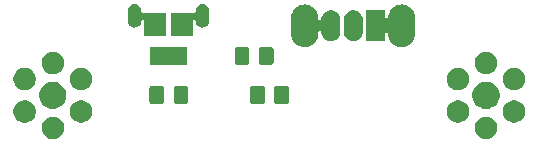
<source format=gbr>
G04 #@! TF.GenerationSoftware,KiCad,Pcbnew,(5.1.5)-3*
G04 #@! TF.CreationDate,2021-05-02T18:30:09+02:00*
G04 #@! TF.ProjectId,Stacked desk light,53746163-6b65-4642-9064-65736b206c69,rev?*
G04 #@! TF.SameCoordinates,Original*
G04 #@! TF.FileFunction,Soldermask,Top*
G04 #@! TF.FilePolarity,Negative*
%FSLAX46Y46*%
G04 Gerber Fmt 4.6, Leading zero omitted, Abs format (unit mm)*
G04 Created by KiCad (PCBNEW (5.1.5)-3) date 2021-05-02 18:30:09*
%MOMM*%
%LPD*%
G04 APERTURE LIST*
%ADD10C,0.100000*%
G04 APERTURE END LIST*
D10*
G36*
X118614563Y-101774638D02*
G01*
X118787634Y-101846326D01*
X118787635Y-101846327D01*
X118943395Y-101950402D01*
X119075858Y-102082865D01*
X119075859Y-102082867D01*
X119179934Y-102238626D01*
X119251622Y-102411697D01*
X119288168Y-102595425D01*
X119288168Y-102782759D01*
X119251622Y-102966487D01*
X119179934Y-103139558D01*
X119179933Y-103139559D01*
X119075858Y-103295319D01*
X118943395Y-103427782D01*
X118864986Y-103480173D01*
X118787634Y-103531858D01*
X118614563Y-103603546D01*
X118430835Y-103640092D01*
X118243501Y-103640092D01*
X118059773Y-103603546D01*
X117886702Y-103531858D01*
X117809350Y-103480173D01*
X117730941Y-103427782D01*
X117598478Y-103295319D01*
X117494403Y-103139559D01*
X117494402Y-103139558D01*
X117422714Y-102966487D01*
X117386168Y-102782759D01*
X117386168Y-102595425D01*
X117422714Y-102411697D01*
X117494402Y-102238626D01*
X117598477Y-102082867D01*
X117598478Y-102082865D01*
X117730941Y-101950402D01*
X117886701Y-101846327D01*
X117886702Y-101846326D01*
X118059773Y-101774638D01*
X118243501Y-101738092D01*
X118430835Y-101738092D01*
X118614563Y-101774638D01*
G37*
G36*
X81940199Y-101774638D02*
G01*
X82113270Y-101846326D01*
X82113271Y-101846327D01*
X82269031Y-101950402D01*
X82401494Y-102082865D01*
X82401495Y-102082867D01*
X82505570Y-102238626D01*
X82577258Y-102411697D01*
X82613804Y-102595425D01*
X82613804Y-102782759D01*
X82577258Y-102966487D01*
X82505570Y-103139558D01*
X82505569Y-103139559D01*
X82401494Y-103295319D01*
X82269031Y-103427782D01*
X82190622Y-103480173D01*
X82113270Y-103531858D01*
X81940199Y-103603546D01*
X81756471Y-103640092D01*
X81569137Y-103640092D01*
X81385409Y-103603546D01*
X81212338Y-103531858D01*
X81134986Y-103480173D01*
X81056577Y-103427782D01*
X80924114Y-103295319D01*
X80820039Y-103139559D01*
X80820038Y-103139558D01*
X80748350Y-102966487D01*
X80711804Y-102782759D01*
X80711804Y-102595425D01*
X80748350Y-102411697D01*
X80820038Y-102238626D01*
X80924113Y-102082867D01*
X80924114Y-102082865D01*
X81056577Y-101950402D01*
X81212337Y-101846327D01*
X81212338Y-101846326D01*
X81385409Y-101774638D01*
X81569137Y-101738092D01*
X81756471Y-101738092D01*
X81940199Y-101774638D01*
G37*
G36*
X120996133Y-100399638D02*
G01*
X121169204Y-100471326D01*
X121169205Y-100471327D01*
X121324965Y-100575402D01*
X121457428Y-100707865D01*
X121457429Y-100707867D01*
X121561504Y-100863626D01*
X121633192Y-101036697D01*
X121669738Y-101220425D01*
X121669738Y-101407759D01*
X121633192Y-101591487D01*
X121561504Y-101764558D01*
X121554768Y-101774639D01*
X121457428Y-101920319D01*
X121324965Y-102052782D01*
X121279942Y-102082865D01*
X121169204Y-102156858D01*
X120996133Y-102228546D01*
X120812405Y-102265092D01*
X120625071Y-102265092D01*
X120441343Y-102228546D01*
X120268272Y-102156858D01*
X120157534Y-102082865D01*
X120112511Y-102052782D01*
X119980048Y-101920319D01*
X119882708Y-101774639D01*
X119875972Y-101764558D01*
X119804284Y-101591487D01*
X119767738Y-101407759D01*
X119767738Y-101220425D01*
X119804284Y-101036697D01*
X119875972Y-100863626D01*
X119980047Y-100707867D01*
X119980048Y-100707865D01*
X120112511Y-100575402D01*
X120268271Y-100471327D01*
X120268272Y-100471326D01*
X120441343Y-100399638D01*
X120625071Y-100363092D01*
X120812405Y-100363092D01*
X120996133Y-100399638D01*
G37*
G36*
X116232993Y-100399638D02*
G01*
X116406064Y-100471326D01*
X116406065Y-100471327D01*
X116561825Y-100575402D01*
X116694288Y-100707865D01*
X116694289Y-100707867D01*
X116798364Y-100863626D01*
X116870052Y-101036697D01*
X116906598Y-101220425D01*
X116906598Y-101407759D01*
X116870052Y-101591487D01*
X116798364Y-101764558D01*
X116791628Y-101774639D01*
X116694288Y-101920319D01*
X116561825Y-102052782D01*
X116516802Y-102082865D01*
X116406064Y-102156858D01*
X116232993Y-102228546D01*
X116049265Y-102265092D01*
X115861931Y-102265092D01*
X115678203Y-102228546D01*
X115505132Y-102156858D01*
X115394394Y-102082865D01*
X115349371Y-102052782D01*
X115216908Y-101920319D01*
X115119568Y-101774639D01*
X115112832Y-101764558D01*
X115041144Y-101591487D01*
X115004598Y-101407759D01*
X115004598Y-101220425D01*
X115041144Y-101036697D01*
X115112832Y-100863626D01*
X115216907Y-100707867D01*
X115216908Y-100707865D01*
X115349371Y-100575402D01*
X115505131Y-100471327D01*
X115505132Y-100471326D01*
X115678203Y-100399638D01*
X115861931Y-100363092D01*
X116049265Y-100363092D01*
X116232993Y-100399638D01*
G37*
G36*
X84321769Y-100399638D02*
G01*
X84494840Y-100471326D01*
X84494841Y-100471327D01*
X84650601Y-100575402D01*
X84783064Y-100707865D01*
X84783065Y-100707867D01*
X84887140Y-100863626D01*
X84958828Y-101036697D01*
X84995374Y-101220425D01*
X84995374Y-101407759D01*
X84958828Y-101591487D01*
X84887140Y-101764558D01*
X84880404Y-101774639D01*
X84783064Y-101920319D01*
X84650601Y-102052782D01*
X84605578Y-102082865D01*
X84494840Y-102156858D01*
X84321769Y-102228546D01*
X84138041Y-102265092D01*
X83950707Y-102265092D01*
X83766979Y-102228546D01*
X83593908Y-102156858D01*
X83483170Y-102082865D01*
X83438147Y-102052782D01*
X83305684Y-101920319D01*
X83208344Y-101774639D01*
X83201608Y-101764558D01*
X83129920Y-101591487D01*
X83093374Y-101407759D01*
X83093374Y-101220425D01*
X83129920Y-101036697D01*
X83201608Y-100863626D01*
X83305683Y-100707867D01*
X83305684Y-100707865D01*
X83438147Y-100575402D01*
X83593907Y-100471327D01*
X83593908Y-100471326D01*
X83766979Y-100399638D01*
X83950707Y-100363092D01*
X84138041Y-100363092D01*
X84321769Y-100399638D01*
G37*
G36*
X79558629Y-100399638D02*
G01*
X79731700Y-100471326D01*
X79731701Y-100471327D01*
X79887461Y-100575402D01*
X80019924Y-100707865D01*
X80019925Y-100707867D01*
X80124000Y-100863626D01*
X80195688Y-101036697D01*
X80232234Y-101220425D01*
X80232234Y-101407759D01*
X80195688Y-101591487D01*
X80124000Y-101764558D01*
X80117264Y-101774639D01*
X80019924Y-101920319D01*
X79887461Y-102052782D01*
X79842438Y-102082865D01*
X79731700Y-102156858D01*
X79558629Y-102228546D01*
X79374901Y-102265092D01*
X79187567Y-102265092D01*
X79003839Y-102228546D01*
X78830768Y-102156858D01*
X78720030Y-102082865D01*
X78675007Y-102052782D01*
X78542544Y-101920319D01*
X78445204Y-101774639D01*
X78438468Y-101764558D01*
X78366780Y-101591487D01*
X78330234Y-101407759D01*
X78330234Y-101220425D01*
X78366780Y-101036697D01*
X78438468Y-100863626D01*
X78542543Y-100707867D01*
X78542544Y-100707865D01*
X78675007Y-100575402D01*
X78830767Y-100471327D01*
X78830768Y-100471326D01*
X79003839Y-100399638D01*
X79187567Y-100363092D01*
X79374901Y-100363092D01*
X79558629Y-100399638D01*
G37*
G36*
X81887353Y-98810208D02*
G01*
X81998538Y-98832324D01*
X82208007Y-98919089D01*
X82396524Y-99045052D01*
X82556844Y-99205372D01*
X82682807Y-99393889D01*
X82682808Y-99393891D01*
X82769572Y-99603359D01*
X82813804Y-99825727D01*
X82813804Y-100052457D01*
X82769572Y-100274825D01*
X82683351Y-100482983D01*
X82682807Y-100484295D01*
X82556844Y-100672812D01*
X82396524Y-100833132D01*
X82208007Y-100959095D01*
X81998538Y-101045860D01*
X81887353Y-101067976D01*
X81776169Y-101090092D01*
X81549439Y-101090092D01*
X81438255Y-101067976D01*
X81327070Y-101045860D01*
X81117601Y-100959095D01*
X80929084Y-100833132D01*
X80768764Y-100672812D01*
X80642801Y-100484295D01*
X80642258Y-100482983D01*
X80556036Y-100274825D01*
X80511804Y-100052457D01*
X80511804Y-99825727D01*
X80556036Y-99603359D01*
X80642800Y-99393891D01*
X80642801Y-99393889D01*
X80768764Y-99205372D01*
X80929084Y-99045052D01*
X81117601Y-98919089D01*
X81327070Y-98832324D01*
X81438255Y-98810208D01*
X81549439Y-98788092D01*
X81776169Y-98788092D01*
X81887353Y-98810208D01*
G37*
G36*
X118561717Y-98810208D02*
G01*
X118672902Y-98832324D01*
X118882371Y-98919089D01*
X119070888Y-99045052D01*
X119231208Y-99205372D01*
X119357171Y-99393889D01*
X119357172Y-99393891D01*
X119443936Y-99603359D01*
X119488168Y-99825727D01*
X119488168Y-100052457D01*
X119443936Y-100274825D01*
X119357715Y-100482983D01*
X119357171Y-100484295D01*
X119231208Y-100672812D01*
X119070888Y-100833132D01*
X118882371Y-100959095D01*
X118672902Y-101045860D01*
X118561717Y-101067976D01*
X118450533Y-101090092D01*
X118223803Y-101090092D01*
X118112619Y-101067976D01*
X118001434Y-101045860D01*
X117791965Y-100959095D01*
X117603448Y-100833132D01*
X117443128Y-100672812D01*
X117317165Y-100484295D01*
X117316622Y-100482983D01*
X117230400Y-100274825D01*
X117186168Y-100052457D01*
X117186168Y-99825727D01*
X117230400Y-99603359D01*
X117317164Y-99393891D01*
X117317165Y-99393889D01*
X117443128Y-99205372D01*
X117603448Y-99045052D01*
X117791965Y-98919089D01*
X118001434Y-98832324D01*
X118112619Y-98810208D01*
X118223803Y-98788092D01*
X118450533Y-98788092D01*
X118561717Y-98810208D01*
G37*
G36*
X90933674Y-99153465D02*
G01*
X90971367Y-99164899D01*
X91006103Y-99183466D01*
X91036548Y-99208452D01*
X91061534Y-99238897D01*
X91080101Y-99273633D01*
X91091535Y-99311326D01*
X91096000Y-99356661D01*
X91096000Y-100443339D01*
X91091535Y-100488674D01*
X91080101Y-100526367D01*
X91061534Y-100561103D01*
X91036548Y-100591548D01*
X91006103Y-100616534D01*
X90971367Y-100635101D01*
X90933674Y-100646535D01*
X90888339Y-100651000D01*
X90051661Y-100651000D01*
X90006326Y-100646535D01*
X89968633Y-100635101D01*
X89933897Y-100616534D01*
X89903452Y-100591548D01*
X89878466Y-100561103D01*
X89859899Y-100526367D01*
X89848465Y-100488674D01*
X89844000Y-100443339D01*
X89844000Y-99356661D01*
X89848465Y-99311326D01*
X89859899Y-99273633D01*
X89878466Y-99238897D01*
X89903452Y-99208452D01*
X89933897Y-99183466D01*
X89968633Y-99164899D01*
X90006326Y-99153465D01*
X90051661Y-99149000D01*
X90888339Y-99149000D01*
X90933674Y-99153465D01*
G37*
G36*
X92983674Y-99153465D02*
G01*
X93021367Y-99164899D01*
X93056103Y-99183466D01*
X93086548Y-99208452D01*
X93111534Y-99238897D01*
X93130101Y-99273633D01*
X93141535Y-99311326D01*
X93146000Y-99356661D01*
X93146000Y-100443339D01*
X93141535Y-100488674D01*
X93130101Y-100526367D01*
X93111534Y-100561103D01*
X93086548Y-100591548D01*
X93056103Y-100616534D01*
X93021367Y-100635101D01*
X92983674Y-100646535D01*
X92938339Y-100651000D01*
X92101661Y-100651000D01*
X92056326Y-100646535D01*
X92018633Y-100635101D01*
X91983897Y-100616534D01*
X91953452Y-100591548D01*
X91928466Y-100561103D01*
X91909899Y-100526367D01*
X91898465Y-100488674D01*
X91894000Y-100443339D01*
X91894000Y-99356661D01*
X91898465Y-99311326D01*
X91909899Y-99273633D01*
X91928466Y-99238897D01*
X91953452Y-99208452D01*
X91983897Y-99183466D01*
X92018633Y-99164899D01*
X92056326Y-99153465D01*
X92101661Y-99149000D01*
X92938339Y-99149000D01*
X92983674Y-99153465D01*
G37*
G36*
X99443674Y-99153465D02*
G01*
X99481367Y-99164899D01*
X99516103Y-99183466D01*
X99546548Y-99208452D01*
X99571534Y-99238897D01*
X99590101Y-99273633D01*
X99601535Y-99311326D01*
X99606000Y-99356661D01*
X99606000Y-100443339D01*
X99601535Y-100488674D01*
X99590101Y-100526367D01*
X99571534Y-100561103D01*
X99546548Y-100591548D01*
X99516103Y-100616534D01*
X99481367Y-100635101D01*
X99443674Y-100646535D01*
X99398339Y-100651000D01*
X98561661Y-100651000D01*
X98516326Y-100646535D01*
X98478633Y-100635101D01*
X98443897Y-100616534D01*
X98413452Y-100591548D01*
X98388466Y-100561103D01*
X98369899Y-100526367D01*
X98358465Y-100488674D01*
X98354000Y-100443339D01*
X98354000Y-99356661D01*
X98358465Y-99311326D01*
X98369899Y-99273633D01*
X98388466Y-99238897D01*
X98413452Y-99208452D01*
X98443897Y-99183466D01*
X98478633Y-99164899D01*
X98516326Y-99153465D01*
X98561661Y-99149000D01*
X99398339Y-99149000D01*
X99443674Y-99153465D01*
G37*
G36*
X101493674Y-99153465D02*
G01*
X101531367Y-99164899D01*
X101566103Y-99183466D01*
X101596548Y-99208452D01*
X101621534Y-99238897D01*
X101640101Y-99273633D01*
X101651535Y-99311326D01*
X101656000Y-99356661D01*
X101656000Y-100443339D01*
X101651535Y-100488674D01*
X101640101Y-100526367D01*
X101621534Y-100561103D01*
X101596548Y-100591548D01*
X101566103Y-100616534D01*
X101531367Y-100635101D01*
X101493674Y-100646535D01*
X101448339Y-100651000D01*
X100611661Y-100651000D01*
X100566326Y-100646535D01*
X100528633Y-100635101D01*
X100493897Y-100616534D01*
X100463452Y-100591548D01*
X100438466Y-100561103D01*
X100419899Y-100526367D01*
X100408465Y-100488674D01*
X100404000Y-100443339D01*
X100404000Y-99356661D01*
X100408465Y-99311326D01*
X100419899Y-99273633D01*
X100438466Y-99238897D01*
X100463452Y-99208452D01*
X100493897Y-99183466D01*
X100528633Y-99164899D01*
X100566326Y-99153465D01*
X100611661Y-99149000D01*
X101448339Y-99149000D01*
X101493674Y-99153465D01*
G37*
G36*
X84321769Y-97649638D02*
G01*
X84494840Y-97721326D01*
X84494841Y-97721327D01*
X84650601Y-97825402D01*
X84783064Y-97957865D01*
X84783065Y-97957867D01*
X84887140Y-98113626D01*
X84958828Y-98286697D01*
X84995374Y-98470425D01*
X84995374Y-98657759D01*
X84958828Y-98841487D01*
X84887140Y-99014558D01*
X84835455Y-99091910D01*
X84783064Y-99170319D01*
X84650601Y-99302782D01*
X84572192Y-99355173D01*
X84494840Y-99406858D01*
X84321769Y-99478546D01*
X84138041Y-99515092D01*
X83950707Y-99515092D01*
X83766979Y-99478546D01*
X83593908Y-99406858D01*
X83516556Y-99355173D01*
X83438147Y-99302782D01*
X83305684Y-99170319D01*
X83253293Y-99091910D01*
X83201608Y-99014558D01*
X83129920Y-98841487D01*
X83093374Y-98657759D01*
X83093374Y-98470425D01*
X83129920Y-98286697D01*
X83201608Y-98113626D01*
X83305683Y-97957867D01*
X83305684Y-97957865D01*
X83438147Y-97825402D01*
X83593907Y-97721327D01*
X83593908Y-97721326D01*
X83766979Y-97649638D01*
X83950707Y-97613092D01*
X84138041Y-97613092D01*
X84321769Y-97649638D01*
G37*
G36*
X120996133Y-97649638D02*
G01*
X121169204Y-97721326D01*
X121169205Y-97721327D01*
X121324965Y-97825402D01*
X121457428Y-97957865D01*
X121457429Y-97957867D01*
X121561504Y-98113626D01*
X121633192Y-98286697D01*
X121669738Y-98470425D01*
X121669738Y-98657759D01*
X121633192Y-98841487D01*
X121561504Y-99014558D01*
X121509819Y-99091910D01*
X121457428Y-99170319D01*
X121324965Y-99302782D01*
X121246556Y-99355173D01*
X121169204Y-99406858D01*
X120996133Y-99478546D01*
X120812405Y-99515092D01*
X120625071Y-99515092D01*
X120441343Y-99478546D01*
X120268272Y-99406858D01*
X120190920Y-99355173D01*
X120112511Y-99302782D01*
X119980048Y-99170319D01*
X119927657Y-99091910D01*
X119875972Y-99014558D01*
X119804284Y-98841487D01*
X119767738Y-98657759D01*
X119767738Y-98470425D01*
X119804284Y-98286697D01*
X119875972Y-98113626D01*
X119980047Y-97957867D01*
X119980048Y-97957865D01*
X120112511Y-97825402D01*
X120268271Y-97721327D01*
X120268272Y-97721326D01*
X120441343Y-97649638D01*
X120625071Y-97613092D01*
X120812405Y-97613092D01*
X120996133Y-97649638D01*
G37*
G36*
X116232993Y-97649638D02*
G01*
X116406064Y-97721326D01*
X116406065Y-97721327D01*
X116561825Y-97825402D01*
X116694288Y-97957865D01*
X116694289Y-97957867D01*
X116798364Y-98113626D01*
X116870052Y-98286697D01*
X116906598Y-98470425D01*
X116906598Y-98657759D01*
X116870052Y-98841487D01*
X116798364Y-99014558D01*
X116746679Y-99091910D01*
X116694288Y-99170319D01*
X116561825Y-99302782D01*
X116483416Y-99355173D01*
X116406064Y-99406858D01*
X116232993Y-99478546D01*
X116049265Y-99515092D01*
X115861931Y-99515092D01*
X115678203Y-99478546D01*
X115505132Y-99406858D01*
X115427780Y-99355173D01*
X115349371Y-99302782D01*
X115216908Y-99170319D01*
X115164517Y-99091910D01*
X115112832Y-99014558D01*
X115041144Y-98841487D01*
X115004598Y-98657759D01*
X115004598Y-98470425D01*
X115041144Y-98286697D01*
X115112832Y-98113626D01*
X115216907Y-97957867D01*
X115216908Y-97957865D01*
X115349371Y-97825402D01*
X115505131Y-97721327D01*
X115505132Y-97721326D01*
X115678203Y-97649638D01*
X115861931Y-97613092D01*
X116049265Y-97613092D01*
X116232993Y-97649638D01*
G37*
G36*
X79558629Y-97649638D02*
G01*
X79731700Y-97721326D01*
X79731701Y-97721327D01*
X79887461Y-97825402D01*
X80019924Y-97957865D01*
X80019925Y-97957867D01*
X80124000Y-98113626D01*
X80195688Y-98286697D01*
X80232234Y-98470425D01*
X80232234Y-98657759D01*
X80195688Y-98841487D01*
X80124000Y-99014558D01*
X80072315Y-99091910D01*
X80019924Y-99170319D01*
X79887461Y-99302782D01*
X79809052Y-99355173D01*
X79731700Y-99406858D01*
X79558629Y-99478546D01*
X79374901Y-99515092D01*
X79187567Y-99515092D01*
X79003839Y-99478546D01*
X78830768Y-99406858D01*
X78753416Y-99355173D01*
X78675007Y-99302782D01*
X78542544Y-99170319D01*
X78490153Y-99091910D01*
X78438468Y-99014558D01*
X78366780Y-98841487D01*
X78330234Y-98657759D01*
X78330234Y-98470425D01*
X78366780Y-98286697D01*
X78438468Y-98113626D01*
X78542543Y-97957867D01*
X78542544Y-97957865D01*
X78675007Y-97825402D01*
X78830767Y-97721327D01*
X78830768Y-97721326D01*
X79003839Y-97649638D01*
X79187567Y-97613092D01*
X79374901Y-97613092D01*
X79558629Y-97649638D01*
G37*
G36*
X81940199Y-96274638D02*
G01*
X82113270Y-96346326D01*
X82113271Y-96346327D01*
X82269031Y-96450402D01*
X82401494Y-96582865D01*
X82401495Y-96582867D01*
X82505570Y-96738626D01*
X82577258Y-96911697D01*
X82613804Y-97095425D01*
X82613804Y-97282759D01*
X82577258Y-97466487D01*
X82505570Y-97639558D01*
X82498834Y-97649639D01*
X82401494Y-97795319D01*
X82269031Y-97927782D01*
X82224008Y-97957865D01*
X82113270Y-98031858D01*
X81940199Y-98103546D01*
X81756471Y-98140092D01*
X81569137Y-98140092D01*
X81385409Y-98103546D01*
X81212338Y-98031858D01*
X81101600Y-97957865D01*
X81056577Y-97927782D01*
X80924114Y-97795319D01*
X80826774Y-97649639D01*
X80820038Y-97639558D01*
X80748350Y-97466487D01*
X80711804Y-97282759D01*
X80711804Y-97095425D01*
X80748350Y-96911697D01*
X80820038Y-96738626D01*
X80924113Y-96582867D01*
X80924114Y-96582865D01*
X81056577Y-96450402D01*
X81212337Y-96346327D01*
X81212338Y-96346326D01*
X81385409Y-96274638D01*
X81569137Y-96238092D01*
X81756471Y-96238092D01*
X81940199Y-96274638D01*
G37*
G36*
X118614563Y-96274638D02*
G01*
X118787634Y-96346326D01*
X118787635Y-96346327D01*
X118943395Y-96450402D01*
X119075858Y-96582865D01*
X119075859Y-96582867D01*
X119179934Y-96738626D01*
X119251622Y-96911697D01*
X119288168Y-97095425D01*
X119288168Y-97282759D01*
X119251622Y-97466487D01*
X119179934Y-97639558D01*
X119173198Y-97649639D01*
X119075858Y-97795319D01*
X118943395Y-97927782D01*
X118898372Y-97957865D01*
X118787634Y-98031858D01*
X118614563Y-98103546D01*
X118430835Y-98140092D01*
X118243501Y-98140092D01*
X118059773Y-98103546D01*
X117886702Y-98031858D01*
X117775964Y-97957865D01*
X117730941Y-97927782D01*
X117598478Y-97795319D01*
X117501138Y-97649639D01*
X117494402Y-97639558D01*
X117422714Y-97466487D01*
X117386168Y-97282759D01*
X117386168Y-97095425D01*
X117422714Y-96911697D01*
X117494402Y-96738626D01*
X117598477Y-96582867D01*
X117598478Y-96582865D01*
X117730941Y-96450402D01*
X117886701Y-96346327D01*
X117886702Y-96346326D01*
X118059773Y-96274638D01*
X118243501Y-96238092D01*
X118430835Y-96238092D01*
X118614563Y-96274638D01*
G37*
G36*
X98138674Y-95853465D02*
G01*
X98176367Y-95864899D01*
X98211103Y-95883466D01*
X98241548Y-95908452D01*
X98266534Y-95938897D01*
X98285101Y-95973633D01*
X98296535Y-96011326D01*
X98301000Y-96056661D01*
X98301000Y-97143339D01*
X98296535Y-97188674D01*
X98285101Y-97226367D01*
X98266534Y-97261103D01*
X98241548Y-97291548D01*
X98211103Y-97316534D01*
X98176367Y-97335101D01*
X98138674Y-97346535D01*
X98093339Y-97351000D01*
X97256661Y-97351000D01*
X97211326Y-97346535D01*
X97173633Y-97335101D01*
X97138897Y-97316534D01*
X97108452Y-97291548D01*
X97083466Y-97261103D01*
X97064899Y-97226367D01*
X97053465Y-97188674D01*
X97049000Y-97143339D01*
X97049000Y-96056661D01*
X97053465Y-96011326D01*
X97064899Y-95973633D01*
X97083466Y-95938897D01*
X97108452Y-95908452D01*
X97138897Y-95883466D01*
X97173633Y-95864899D01*
X97211326Y-95853465D01*
X97256661Y-95849000D01*
X98093339Y-95849000D01*
X98138674Y-95853465D01*
G37*
G36*
X93001000Y-97351000D02*
G01*
X89899000Y-97351000D01*
X89899000Y-95849000D01*
X93001000Y-95849000D01*
X93001000Y-97351000D01*
G37*
G36*
X100188674Y-95853465D02*
G01*
X100226367Y-95864899D01*
X100261103Y-95883466D01*
X100291548Y-95908452D01*
X100316534Y-95938897D01*
X100335101Y-95973633D01*
X100346535Y-96011326D01*
X100351000Y-96056661D01*
X100351000Y-97143339D01*
X100346535Y-97188674D01*
X100335101Y-97226367D01*
X100316534Y-97261103D01*
X100291548Y-97291548D01*
X100261103Y-97316534D01*
X100226367Y-97335101D01*
X100188674Y-97346535D01*
X100143339Y-97351000D01*
X99306661Y-97351000D01*
X99261326Y-97346535D01*
X99223633Y-97335101D01*
X99188897Y-97316534D01*
X99158452Y-97291548D01*
X99133466Y-97261103D01*
X99114899Y-97226367D01*
X99103465Y-97188674D01*
X99099000Y-97143339D01*
X99099000Y-96056661D01*
X99103465Y-96011326D01*
X99114899Y-95973633D01*
X99133466Y-95938897D01*
X99158452Y-95908452D01*
X99188897Y-95883466D01*
X99223633Y-95864899D01*
X99261326Y-95853465D01*
X99306661Y-95849000D01*
X100143339Y-95849000D01*
X100188674Y-95853465D01*
G37*
G36*
X111425635Y-92265654D02*
G01*
X111642600Y-92331470D01*
X111642602Y-92331471D01*
X111842555Y-92438347D01*
X112017818Y-92582182D01*
X112161653Y-92757445D01*
X112244471Y-92912389D01*
X112268530Y-92957400D01*
X112334346Y-93174365D01*
X112351000Y-93343457D01*
X112351000Y-94756543D01*
X112334346Y-94925635D01*
X112275649Y-95119133D01*
X112268529Y-95142602D01*
X112161653Y-95342555D01*
X112082652Y-95438817D01*
X112017818Y-95517818D01*
X111869204Y-95639781D01*
X111842553Y-95661653D01*
X111642601Y-95768529D01*
X111642599Y-95768530D01*
X111425634Y-95834346D01*
X111200000Y-95856569D01*
X110974365Y-95834346D01*
X110757400Y-95768530D01*
X110757398Y-95768529D01*
X110557445Y-95661653D01*
X110461183Y-95582652D01*
X110382182Y-95517818D01*
X110238348Y-95342554D01*
X110212186Y-95293608D01*
X110131471Y-95142601D01*
X110124352Y-95119132D01*
X110065654Y-94925634D01*
X110050396Y-94770718D01*
X110045616Y-94746684D01*
X110036238Y-94724046D01*
X110022624Y-94703671D01*
X110005297Y-94686344D01*
X109984923Y-94672731D01*
X109962284Y-94663353D01*
X109938251Y-94658573D01*
X109913747Y-94658573D01*
X109889713Y-94663353D01*
X109867075Y-94672731D01*
X109846700Y-94686345D01*
X109829373Y-94703672D01*
X109815760Y-94724046D01*
X109806382Y-94746685D01*
X109801000Y-94782970D01*
X109801000Y-95351000D01*
X108199000Y-95351000D01*
X108199000Y-92749000D01*
X109801000Y-92749000D01*
X109801000Y-93317029D01*
X109803402Y-93341415D01*
X109810515Y-93364864D01*
X109822066Y-93386475D01*
X109837611Y-93405417D01*
X109856553Y-93420962D01*
X109878164Y-93432513D01*
X109901613Y-93439626D01*
X109925999Y-93442028D01*
X109950385Y-93439626D01*
X109973834Y-93432513D01*
X109995445Y-93420962D01*
X110014387Y-93405417D01*
X110029932Y-93386475D01*
X110041483Y-93364864D01*
X110050396Y-93329281D01*
X110065654Y-93174366D01*
X110087353Y-93102835D01*
X110131470Y-92957400D01*
X110189739Y-92848387D01*
X110238348Y-92757446D01*
X110382183Y-92582182D01*
X110557446Y-92438347D01*
X110757399Y-92331471D01*
X110757401Y-92331470D01*
X110974366Y-92265654D01*
X111200000Y-92243431D01*
X111425635Y-92265654D01*
G37*
G36*
X103225635Y-92265654D02*
G01*
X103442600Y-92331470D01*
X103442602Y-92331471D01*
X103642555Y-92438347D01*
X103817818Y-92582182D01*
X103961653Y-92757445D01*
X104044471Y-92912389D01*
X104068530Y-92957400D01*
X104112647Y-93102835D01*
X104134346Y-93174366D01*
X104151000Y-93343455D01*
X104151000Y-93484238D01*
X104153402Y-93508624D01*
X104160515Y-93532073D01*
X104172066Y-93553684D01*
X104187611Y-93572626D01*
X104206553Y-93588171D01*
X104228164Y-93599722D01*
X104251613Y-93606835D01*
X104275999Y-93609237D01*
X104300385Y-93606835D01*
X104323834Y-93599722D01*
X104345445Y-93588171D01*
X104364387Y-93572626D01*
X104379932Y-93553684D01*
X104391483Y-93532073D01*
X104400396Y-93496490D01*
X104410591Y-93392979D01*
X104410591Y-93392977D01*
X104456393Y-93241988D01*
X104456393Y-93241987D01*
X104530772Y-93102835D01*
X104630868Y-92980867D01*
X104752836Y-92880771D01*
X104891988Y-92806392D01*
X104942319Y-92791125D01*
X105042978Y-92760590D01*
X105200000Y-92745125D01*
X105357023Y-92760590D01*
X105457682Y-92791125D01*
X105508013Y-92806392D01*
X105647165Y-92880771D01*
X105769133Y-92980867D01*
X105869229Y-93102835D01*
X105943608Y-93241987D01*
X105943608Y-93241988D01*
X105989410Y-93392977D01*
X106001000Y-93510655D01*
X106001000Y-94589345D01*
X105989410Y-94707023D01*
X105970088Y-94770718D01*
X105943608Y-94858013D01*
X105907464Y-94925633D01*
X105869229Y-94997165D01*
X105769133Y-95119133D01*
X105647164Y-95219229D01*
X105508012Y-95293608D01*
X105457681Y-95308875D01*
X105357022Y-95339410D01*
X105200000Y-95354875D01*
X105042977Y-95339410D01*
X104942318Y-95308875D01*
X104891987Y-95293608D01*
X104752835Y-95219229D01*
X104630867Y-95119133D01*
X104530771Y-94997164D01*
X104456393Y-94858013D01*
X104456392Y-94858012D01*
X104425613Y-94756545D01*
X104410590Y-94707022D01*
X104400396Y-94603519D01*
X104395616Y-94579486D01*
X104386238Y-94556847D01*
X104372624Y-94536472D01*
X104355297Y-94519145D01*
X104334923Y-94505532D01*
X104312284Y-94496154D01*
X104288251Y-94491374D01*
X104263747Y-94491374D01*
X104239714Y-94496154D01*
X104217075Y-94505532D01*
X104196700Y-94519146D01*
X104179373Y-94536473D01*
X104165760Y-94556847D01*
X104156382Y-94579486D01*
X104151000Y-94615771D01*
X104151000Y-94756543D01*
X104134346Y-94925635D01*
X104075649Y-95119133D01*
X104068529Y-95142602D01*
X103961653Y-95342555D01*
X103882652Y-95438817D01*
X103817818Y-95517818D01*
X103669204Y-95639781D01*
X103642553Y-95661653D01*
X103442601Y-95768529D01*
X103442599Y-95768530D01*
X103225634Y-95834346D01*
X103000000Y-95856569D01*
X102774365Y-95834346D01*
X102557400Y-95768530D01*
X102557398Y-95768529D01*
X102357445Y-95661653D01*
X102261183Y-95582652D01*
X102182182Y-95517818D01*
X102038348Y-95342554D01*
X102012186Y-95293608D01*
X101931471Y-95142601D01*
X101924352Y-95119132D01*
X101865654Y-94925634D01*
X101849000Y-94756542D01*
X101849000Y-93343457D01*
X101865654Y-93174365D01*
X101931470Y-92957400D01*
X101989739Y-92848387D01*
X102038348Y-92757446D01*
X102182183Y-92582182D01*
X102357446Y-92438347D01*
X102557399Y-92331471D01*
X102557401Y-92331470D01*
X102774366Y-92265654D01*
X103000000Y-92243431D01*
X103225635Y-92265654D01*
G37*
G36*
X107257023Y-92760590D02*
G01*
X107357682Y-92791125D01*
X107408013Y-92806392D01*
X107547165Y-92880771D01*
X107669133Y-92980867D01*
X107769229Y-93102835D01*
X107843608Y-93241987D01*
X107843608Y-93241988D01*
X107889410Y-93392977D01*
X107901000Y-93510655D01*
X107901000Y-94589345D01*
X107889410Y-94707023D01*
X107870088Y-94770718D01*
X107843608Y-94858013D01*
X107807464Y-94925633D01*
X107769229Y-94997165D01*
X107669133Y-95119133D01*
X107547164Y-95219229D01*
X107408012Y-95293608D01*
X107357681Y-95308875D01*
X107257022Y-95339410D01*
X107100000Y-95354875D01*
X106942977Y-95339410D01*
X106842318Y-95308875D01*
X106791987Y-95293608D01*
X106652835Y-95219229D01*
X106530867Y-95119133D01*
X106430771Y-94997164D01*
X106356393Y-94858013D01*
X106356392Y-94858012D01*
X106325613Y-94756545D01*
X106310590Y-94707022D01*
X106299000Y-94589344D01*
X106299001Y-93510655D01*
X106310591Y-93392977D01*
X106356393Y-93241988D01*
X106356393Y-93241987D01*
X106430772Y-93102835D01*
X106530868Y-92980867D01*
X106652836Y-92880771D01*
X106791988Y-92806392D01*
X106842319Y-92791125D01*
X106942978Y-92760590D01*
X107100000Y-92745125D01*
X107257023Y-92760590D01*
G37*
G36*
X94437915Y-92207334D02*
G01*
X94546491Y-92240271D01*
X94546494Y-92240272D01*
X94582600Y-92259571D01*
X94646556Y-92293756D01*
X94734264Y-92365736D01*
X94806244Y-92453443D01*
X94840429Y-92517399D01*
X94859728Y-92553505D01*
X94859728Y-92553506D01*
X94859729Y-92553508D01*
X94892666Y-92662084D01*
X94901000Y-92746702D01*
X94901000Y-93653298D01*
X94892666Y-93737916D01*
X94859729Y-93846491D01*
X94859728Y-93846495D01*
X94840429Y-93882601D01*
X94806244Y-93946557D01*
X94734264Y-94034264D01*
X94646557Y-94106244D01*
X94582601Y-94140429D01*
X94546495Y-94159728D01*
X94546492Y-94159729D01*
X94437916Y-94192666D01*
X94325000Y-94203787D01*
X94212085Y-94192666D01*
X94103509Y-94159729D01*
X94103506Y-94159728D01*
X94067400Y-94140429D01*
X94003444Y-94106244D01*
X93915737Y-94034264D01*
X93843757Y-93946557D01*
X93809572Y-93882601D01*
X93790273Y-93846495D01*
X93790272Y-93846491D01*
X93757335Y-93737916D01*
X93750394Y-93667448D01*
X93745615Y-93643425D01*
X93736238Y-93620787D01*
X93722624Y-93600412D01*
X93705296Y-93583086D01*
X93684922Y-93569472D01*
X93662283Y-93560095D01*
X93638250Y-93555315D01*
X93613746Y-93555315D01*
X93589712Y-93560096D01*
X93567074Y-93569473D01*
X93546699Y-93583087D01*
X93529373Y-93600415D01*
X93515759Y-93620789D01*
X93506382Y-93643428D01*
X93501000Y-93679712D01*
X93501000Y-94951000D01*
X91649000Y-94951000D01*
X91649000Y-92949000D01*
X93624001Y-92949000D01*
X93648387Y-92946598D01*
X93671836Y-92939485D01*
X93693447Y-92927934D01*
X93712389Y-92912389D01*
X93727934Y-92893447D01*
X93739485Y-92871836D01*
X93746598Y-92848387D01*
X93749000Y-92824001D01*
X93749000Y-92746703D01*
X93757334Y-92662085D01*
X93790271Y-92553509D01*
X93790272Y-92553506D01*
X93809571Y-92517400D01*
X93843756Y-92453444D01*
X93915736Y-92365736D01*
X94003443Y-92293756D01*
X94067399Y-92259571D01*
X94103505Y-92240272D01*
X94103508Y-92240271D01*
X94212084Y-92207334D01*
X94325000Y-92196213D01*
X94437915Y-92207334D01*
G37*
G36*
X88687916Y-92207334D02*
G01*
X88796492Y-92240271D01*
X88796495Y-92240272D01*
X88832601Y-92259571D01*
X88896557Y-92293756D01*
X88984264Y-92365736D01*
X89056244Y-92453443D01*
X89090429Y-92517399D01*
X89109728Y-92553505D01*
X89109728Y-92553506D01*
X89109729Y-92553508D01*
X89142666Y-92662084D01*
X89151000Y-92746702D01*
X89151000Y-92824001D01*
X89153402Y-92848387D01*
X89160515Y-92871836D01*
X89172066Y-92893447D01*
X89187611Y-92912389D01*
X89206553Y-92927934D01*
X89228164Y-92939485D01*
X89251613Y-92946598D01*
X89275999Y-92949000D01*
X91251000Y-92949000D01*
X91251000Y-94951000D01*
X89399000Y-94951000D01*
X89399000Y-93679714D01*
X89396598Y-93655328D01*
X89389485Y-93631879D01*
X89377934Y-93610268D01*
X89362389Y-93591326D01*
X89343447Y-93575781D01*
X89321836Y-93564230D01*
X89298387Y-93557117D01*
X89274001Y-93554715D01*
X89249615Y-93557117D01*
X89226166Y-93564230D01*
X89204555Y-93575781D01*
X89185613Y-93591326D01*
X89170068Y-93610268D01*
X89158517Y-93631879D01*
X89149606Y-93667455D01*
X89142666Y-93737916D01*
X89109729Y-93846491D01*
X89109728Y-93846495D01*
X89090429Y-93882601D01*
X89056244Y-93946557D01*
X88984264Y-94034264D01*
X88896556Y-94106244D01*
X88832600Y-94140429D01*
X88796494Y-94159728D01*
X88796491Y-94159729D01*
X88687915Y-94192666D01*
X88575000Y-94203787D01*
X88462084Y-94192666D01*
X88353508Y-94159729D01*
X88353505Y-94159728D01*
X88317399Y-94140429D01*
X88253443Y-94106244D01*
X88165736Y-94034264D01*
X88093756Y-93946556D01*
X88040273Y-93846495D01*
X88040272Y-93846494D01*
X88040271Y-93846491D01*
X88007334Y-93737915D01*
X87999000Y-93653297D01*
X87999000Y-92746702D01*
X88007335Y-92662084D01*
X88040272Y-92553508D01*
X88040273Y-92553506D01*
X88040273Y-92553505D01*
X88059572Y-92517399D01*
X88093757Y-92453443D01*
X88165737Y-92365736D01*
X88253444Y-92293756D01*
X88317400Y-92259571D01*
X88353506Y-92240272D01*
X88353509Y-92240271D01*
X88462085Y-92207334D01*
X88575000Y-92196213D01*
X88687916Y-92207334D01*
G37*
M02*

</source>
